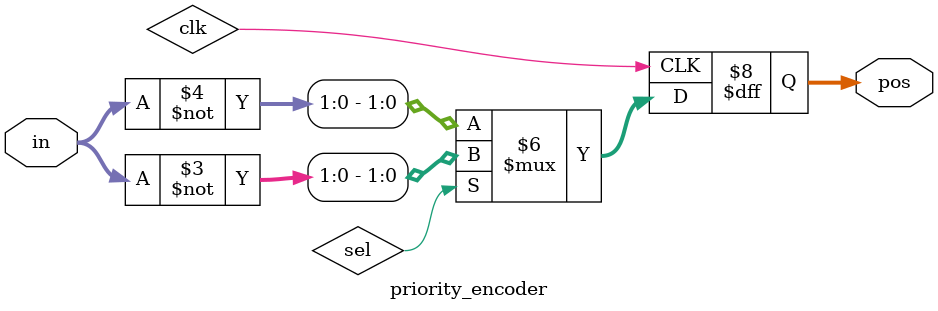
<source format=v>
module priority_encoder( 
input [2:0] in,
output reg [1:0] pos ); 
// When sel=1, assign b to out
// When sel=0, assign a to out
always @(posedge clk) begin
  if (sel == 1)
    pos <= ~in;
  else
    pos <= ~in;
end
endmodule

</source>
